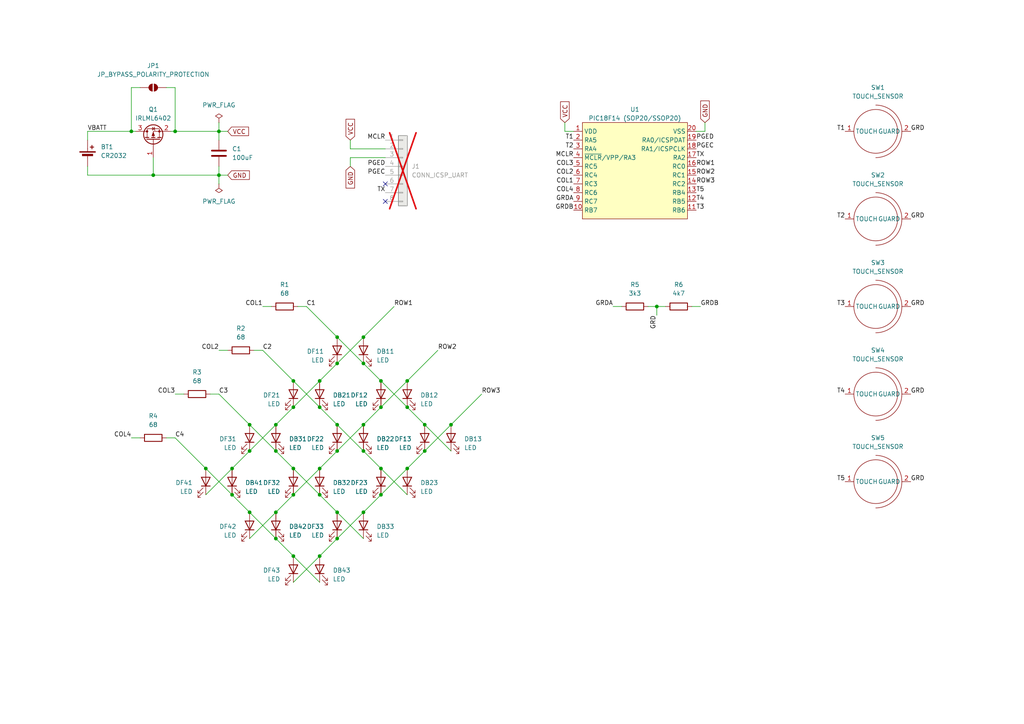
<source format=kicad_sch>
(kicad_sch (version 20250114) (generator "eeschema") (generator_version "9.0")
  (paper "A4")
  (lib_symbols
    (symbol "Battery_Cell_1" (pin_numbers (hide yes)) (pin_names (offset 0) (hide yes))
      (property "Reference" "BT" (at 2.54 2.54 0))
      (property "Value" "Battery_Cell" (at 2.54 0 0))
      (symbol "Battery_Cell_1_0_1"
        (rectangle (start -2.286 1.778) (end 2.286 1.524) (fill (type outline)))
        (rectangle (start -1.524 1.016) (end 1.524 0.508) (fill (type outline)))
        (polyline (pts (xy 0 1.778) (xy 0 2.54)))
        (polyline (pts (xy 0 0.762) (xy 0 0)))
        (polyline (pts (xy 0.762 3.048) (xy 1.778 3.048)) (stroke (width 0.254)))
        (polyline (pts (xy 1.27 3.556) (xy 1.27 2.54)) (stroke (width 0.254)))
      )
      (symbol "Battery_Cell_1_1_1"
        (pin passive line (at 0 5.08 270) (length 2.54) (name "+") (number "1"))
        (pin passive line (at 0 -2.54 90) (length 2.54) (name "-") (number "2"))
      )
    )
    (symbol "Connector_Generic:Conn_01x08" (pin_names (offset 1.016) (hide yes))
      (property "Reference" "J" (at 0 10.16 0))
      (property "Value" "Conn_01x08" (at 0 -12.7 0))
      (symbol "Conn_01x08_1_1"
        (rectangle (start -1.27 8.89) (end 1.27 -11.43) (stroke (width 0.254)) (fill (type background)))
        (rectangle (start -1.27 7.747) (end 0 7.493) (stroke (width 0.1524)))
        (rectangle (start -1.27 5.207) (end 0 4.953) (stroke (width 0.1524)))
        (rectangle (start -1.27 2.667) (end 0 2.413) (stroke (width 0.1524)))
        (rectangle (start -1.27 0.127) (end 0 -0.127) (stroke (width 0.1524)))
        (rectangle (start -1.27 -2.413) (end 0 -2.667) (stroke (width 0.1524)))
        (rectangle (start -1.27 -4.953) (end 0 -5.207) (stroke (width 0.1524)))
        (rectangle (start -1.27 -7.493) (end 0 -7.747) (stroke (width 0.1524)))
        (rectangle (start -1.27 -10.033) (end 0 -10.287) (stroke (width 0.1524)))
        (pin passive line (at -5.08 7.62 0) (length 3.81) (name "Pin_1") (number "1"))
        (pin passive line (at -5.08 5.08 0) (length 3.81) (name "Pin_2") (number "2"))
        (pin passive line (at -5.08 2.54 0) (length 3.81) (name "Pin_3") (number "3"))
        (pin passive line (at -5.08 0 0) (length 3.81) (name "Pin_4") (number "4"))
        (pin passive line (at -5.08 -2.54 0) (length 3.81) (name "Pin_5") (number "5"))
        (pin passive line (at -5.08 -5.08 0) (length 3.81) (name "Pin_6") (number "6"))
        (pin passive line (at -5.08 -7.62 0) (length 3.81) (name "Pin_7") (number "7"))
        (pin passive line (at -5.08 -10.16 0) (length 3.81) (name "Pin_8") (number "8"))
      )
    )
    (symbol "Device:C" (pin_numbers (hide yes)) (pin_names (offset 0.254))
      (property "Reference" "C" (at 0.635 2.54 0))
      (property "Value" "C" (at 0.635 -2.54 0))
      (symbol "C_0_1"
        (polyline (pts (xy -2.032 0.762) (xy 2.032 0.762)) (stroke (width 0.508)))
        (polyline (pts (xy -2.032 -0.762) (xy 2.032 -0.762)) (stroke (width 0.508)))
      )
      (symbol "C_1_1"
        (pin passive line (at 0 3.81 270) (length 2.794) (name "~") (number "1"))
        (pin passive line (at 0 -3.81 90) (length 2.794) (name "~") (number "2"))
      )
    )
    (symbol "Device:R" (pin_numbers (hide yes)) (pin_names (offset 0))
      (property "Reference" "R" (at 2.032 0 90))
      (property "Value" "R" (at 0 0 90))
      (symbol "R_0_1"
        (rectangle (start -1.016 -2.54) (end 1.016 2.54) (stroke (width 0.254)))
      )
      (symbol "R_1_1"
        (pin passive line (at 0 3.81 270) (length 1.27) (name "~") (number "1"))
        (pin passive line (at 0 -3.81 90) (length 1.27) (name "~") (number "2"))
      )
    )
    (symbol "Jumper:SolderJumper_2_Open" (pin_numbers (hide yes)) (pin_names (offset 0) (hide yes)) (exclude_from_sim yes) (in_bom no)
      (property "Reference" "JP" (at 0 2.032 0))
      (property "Value" "SolderJumper_2_Open" (at 0 -2.54 0))
      (symbol "SolderJumper_2_Open_0_1"
        (polyline (pts (xy -0.254 1.016) (xy -0.254 -1.016)))
        (arc (start -0.254 -1.016) (mid -1.2656 0) (end -0.254 1.016))
        (arc (start -0.254 -1.016) (mid -1.2656 0) (end -0.254 1.016) (fill (type outline)))
        (arc (start 0.254 1.016) (mid 1.2656 0) (end 0.254 -1.016))
        (arc (start 0.254 1.016) (mid 1.2656 0) (end 0.254 -1.016) (fill (type outline)))
        (polyline (pts (xy 0.254 1.016) (xy 0.254 -1.016)))
      )
      (symbol "SolderJumper_2_Open_1_1"
        (pin passive line (at -3.81 0 0) (length 2.54) (name "A") (number "1"))
        (pin passive line (at 3.81 0 180) (length 2.54) (name "B") (number "2"))
      )
    )
    (symbol "LED_1" (pin_numbers (hide yes)) (pin_names (offset 1.016) (hide yes))
      (property "Reference" "D" (at 0 2.54 0))
      (property "Value" "LED" (at 0 -2.54 0))
      (symbol "LED_1_0_1"
        (polyline (pts (xy -3.048 -0.762) (xy -4.572 -2.286) (xy -3.81 -2.286) (xy -4.572 -2.286) (xy -4.572 -1.524)))
        (polyline (pts (xy -1.778 -0.762) (xy -3.302 -2.286) (xy -2.54 -2.286) (xy -3.302 -2.286) (xy -3.302 -1.524)))
        (polyline (pts (xy -1.27 0) (xy 1.27 0)))
        (polyline (pts (xy -1.27 -1.27) (xy -1.27 1.27)) (stroke (width 0.254)))
        (polyline (pts (xy 1.27 -1.27) (xy 1.27 1.27) (xy -1.27 0) (xy 1.27 -1.27)) (stroke (width 0.254)))
      )
      (symbol "LED_1_1_1"
        (pin passive line (at -3.81 0 0) (length 2.54) (name "K") (number "1"))
        (pin passive line (at 3.81 0 180) (length 2.54) (name "A") (number "2"))
      )
    )
    (symbol "Transistor_FET:IRLML6402" (pin_names (hide yes))
      (property "Reference" "Q" (at 5.08 1.905 0))
      (property "Value" "IRLML6402" (at 5.08 0 0))
      (symbol "IRLML6402_0_1"
        (polyline (pts (xy 0.254 1.905) (xy 0.254 -1.905)) (stroke (width 0.254)))
        (polyline (pts (xy 0.254 0) (xy -2.54 0)))
        (polyline (pts (xy 0.762 2.286) (xy 0.762 1.27)) (stroke (width 0.254)))
        (polyline (pts (xy 0.762 1.778) (xy 3.302 1.778) (xy 3.302 -1.778) (xy 0.762 -1.778)))
        (polyline (pts (xy 0.762 0.508) (xy 0.762 -0.508)) (stroke (width 0.254)))
        (polyline (pts (xy 0.762 -1.27) (xy 0.762 -2.286)) (stroke (width 0.254)))
        (circle (center 1.651 0) (radius 2.794) (stroke (width 0.254)))
        (polyline (pts (xy 2.286 0) (xy 1.27 0.381) (xy 1.27 -0.381) (xy 2.286 0)) (fill (type outline)))
        (polyline (pts (xy 2.54 2.54) (xy 2.54 1.778)))
        (circle (center 2.54 1.778) (radius 0.254) (fill (type outline)))
        (circle (center 2.54 -1.778) (radius 0.254) (fill (type outline)))
        (polyline (pts (xy 2.54 -2.54) (xy 2.54 0) (xy 0.762 0)))
        (polyline (pts (xy 2.794 -0.508) (xy 2.921 -0.381) (xy 3.683 -0.381) (xy 3.81 -0.254)))
        (polyline (pts (xy 3.302 -0.381) (xy 2.921 0.254) (xy 3.683 0.254) (xy 3.302 -0.381)))
      )
      (symbol "IRLML6402_1_1"
        (pin input line (at -5.08 0 0) (length 2.54) (name "G") (number "1"))
        (pin passive line (at 2.54 5.08 270) (length 2.54) (name "D") (number "3"))
        (pin passive line (at 2.54 -5.08 90) (length 2.54) (name "S") (number "2"))
      )
    )
    (symbol "WinterDeco:PIC18F14 (SOP20/SSOP20)"
      (property "Reference" "U" (at 0 16.51 0))
      (property "Value" "PIC18F14 (SOP20/SSOP20)" (at 0 -16.51 0))
      (symbol "PIC18F14 (SOP20/SSOP20)_0_1"
        (rectangle (start -15.24 13.97) (end 15.24 -13.97) (fill (type background)))
      )
      (symbol "PIC18F14 (SOP20/SSOP20)_1_1"
        (pin power_in line (at -17.78 11.43 0) (length 2.54) (name "VDD") (number "1"))
        (pin bidirectional line (at -17.78 8.89 0) (length 2.54) (name "RA5") (number "2"))
        (pin bidirectional line (at -17.78 6.35 0) (length 2.54) (name "RA4") (number "3"))
        (pin bidirectional line (at -17.78 3.81 0) (length 2.54) (name "~{MCLR}/VPP/RA3") (number "4"))
        (pin bidirectional line (at -17.78 1.27 0) (length 2.54) (name "RC5") (number "5"))
        (pin bidirectional line (at -17.78 -1.27 0) (length 2.54) (name "RC4") (number "6"))
        (pin bidirectional line (at -17.78 -3.81 0) (length 2.54) (name "RC3") (number "7"))
        (pin bidirectional line (at -17.78 -6.35 0) (length 2.54) (name "RC6") (number "8"))
        (pin bidirectional line (at -17.78 -8.89 0) (length 2.54) (name "RC7") (number "9"))
        (pin bidirectional line (at -17.78 -11.43 0) (length 2.54) (name "RB7") (number "10"))
        (pin power_in line (at 17.78 11.43 180) (length 2.54) (name "VSS") (number "20"))
        (pin bidirectional line (at 17.78 8.89 180) (length 2.54) (name "RA0/ICSPDAT") (number "19"))
        (pin bidirectional line (at 17.78 6.35 180) (length 2.54) (name "RA1/ICSPCLK") (number "18"))
        (pin bidirectional line (at 17.78 3.81 180) (length 2.54) (name "RA2") (number "17"))
        (pin bidirectional line (at 17.78 1.27 180) (length 2.54) (name "RC0") (number "16"))
        (pin bidirectional line (at 17.78 -1.27 180) (length 2.54) (name "RC1") (number "15"))
        (pin bidirectional line (at 17.78 -3.81 180) (length 2.54) (name "RC2") (number "14"))
        (pin bidirectional line (at 17.78 -6.35 180) (length 2.54) (name "RB4") (number "13"))
        (pin bidirectional line (at 17.78 -8.89 180) (length 2.54) (name "RB5") (number "12"))
        (pin bidirectional line (at 17.78 -11.43 180) (length 2.54) (name "RB6") (number "11"))
      )
    )
    (symbol "WinterDeco:TOUCH_SENSOR"
      (property "Reference" "SW" (at 0 10.16 0))
      (property "Value" "TOUCH_SENSOR" (at 0 -10.16 0))
      (symbol "TOUCH_SENSOR_0_1"
        (arc (start 0 7.62) (mid 7.5811 0) (end 0 -7.62))
        (circle (center 0 0) (radius 6.35))
      )
      (symbol "TOUCH_SENSOR_1_1"
        (pin output line (at -8.89 0 0) (length 2.54) (name "TOUCH") (number "1"))
        (pin input line (at 10.16 0 180) (length 2.54) (name "GUARD") (number "2"))
      )
    )
    (symbol "power:PWR_FLAG" (power) (pin_numbers (hide yes)) (pin_names (offset 0) (hide yes))
      (property "Value" "PWR_FLAG" (at 0 3.81 0))
      (symbol "PWR_FLAG_0_0"
        (pin power_out line (at 0 0 90) (length 0) (name "~") (number "1"))
      )
      (symbol "PWR_FLAG_0_1"
        (polyline (pts (xy 0 0) (xy 0 1.27) (xy -1.016 1.905) (xy 0 2.54) (xy 1.016 1.905) (xy 0 1.27)))
      )
    )
  )
  (junction (at 105.41 105.41))
  (junction (at 50.8 38.1))
  (junction (at 97.79 156.21))
  (junction (at 130.81 123.19))
  (junction (at 85.09 110.49))
  (junction (at 97.79 97.79))
  (junction (at 80.01 130.81))
  (junction (at 59.69 135.89))
  (junction (at 72.39 123.19))
  (junction (at 80.01 148.59))
  (junction (at 123.19 123.19))
  (junction (at 105.41 97.79))
  (junction (at 63.5 50.8))
  (junction (at 92.71 110.49))
  (junction (at 118.11 118.11))
  (junction (at 105.41 130.81))
  (junction (at 118.11 110.49))
  (junction (at 105.41 148.59))
  (junction (at 118.11 135.89))
  (junction (at 80.01 156.21))
  (junction (at 105.41 123.19))
  (junction (at 92.71 135.89))
  (junction (at 85.09 161.29))
  (junction (at 72.39 130.81))
  (junction (at 110.49 143.51))
  (junction (at 85.09 135.89))
  (junction (at 97.79 105.41))
  (junction (at 44.45 50.8))
  (junction (at 85.09 118.11))
  (junction (at 97.79 148.59))
  (junction (at 97.79 123.19))
  (junction (at 92.71 143.51))
  (junction (at 110.49 118.11))
  (junction (at 63.5 38.1))
  (junction (at 110.49 135.89))
  (junction (at 67.31 135.89))
  (junction (at 85.09 143.51))
  (junction (at 92.71 118.11))
  (junction (at 190.5 88.9))
  (junction (at 80.01 123.19))
  (junction (at 67.31 143.51))
  (junction (at 92.71 161.29))
  (junction (at 110.49 110.49))
  (junction (at 38.1 38.1))
  (junction (at 123.19 130.81))
  (junction (at 72.39 148.59))
  (junction (at 97.79 130.81))
  (no_connect (at 111.76 53.34))
  (no_connect (at 111.76 58.42))
  (wire (pts (xy 92.71 135.89) (xy 97.79 130.81)))
  (wire (pts (xy 105.41 123.19) (xy 110.49 118.11)))
  (wire (pts (xy 86.36 88.9) (xy 88.9 88.9)))
  (wire (pts (xy 59.69 143.51) (xy 67.31 135.89)))
  (wire (pts (xy 204.47 35.56) (xy 204.47 38.1)))
  (wire (pts (xy 38.1 25.4) (xy 38.1 38.1)))
  (wire (pts (xy 25.4 40.64) (xy 25.4 38.1)))
  (wire (pts (xy 63.5 50.8) (xy 66.04 50.8)))
  (wire (pts (xy 85.09 135.89) (xy 92.71 143.51)))
  (wire (pts (xy 110.49 110.49) (xy 118.11 118.11)))
  (wire (pts (xy 118.11 135.89) (xy 123.19 130.81)))
  (wire (pts (xy 63.5 38.1) (xy 63.5 40.64)))
  (wire (pts (xy 48.26 127) (xy 50.8 127)))
  (wire (pts (xy 200.66 88.9) (xy 203.2 88.9)))
  (wire (pts (xy 85.09 110.49) (xy 92.71 118.11)))
  (wire (pts (xy 40.64 25.4) (xy 38.1 25.4)))
  (wire (pts (xy 123.19 130.81) (xy 130.81 123.19)))
  (wire (pts (xy 118.11 110.49) (xy 127 101.6)))
  (wire (pts (xy 50.8 114.3) (xy 53.34 114.3)))
  (wire (pts (xy 73.66 101.6) (xy 76.2 101.6)))
  (wire (pts (xy 97.79 123.19) (xy 105.41 130.81)))
  (wire (pts (xy 92.71 118.11) (xy 97.79 123.19)))
  (wire (pts (xy 163.83 38.1) (xy 166.37 38.1)))
  (wire (pts (xy 190.5 88.9) (xy 193.04 88.9)))
  (wire (pts (xy 85.09 143.51) (xy 92.71 135.89)))
  (wire (pts (xy 101.6 43.18) (xy 111.76 43.18)))
  (wire (pts (xy 105.41 148.59) (xy 110.49 143.51)))
  (wire (pts (xy 67.31 135.89) (xy 72.39 130.81)))
  (wire (pts (xy 101.6 45.72) (xy 111.76 45.72)))
  (wire (pts (xy 59.69 135.89) (xy 67.31 143.51)))
  (wire (pts (xy 76.2 88.9) (xy 78.74 88.9)))
  (wire (pts (xy 204.47 38.1) (xy 201.93 38.1)))
  (wire (pts (xy 63.5 114.3) (xy 72.39 123.19)))
  (wire (pts (xy 97.79 148.59) (xy 105.41 156.21)))
  (wire (pts (xy 101.6 40.64) (xy 101.6 43.18)))
  (wire (pts (xy 63.5 38.1) (xy 66.04 38.1)))
  (wire (pts (xy 177.8 88.9) (xy 180.34 88.9)))
  (wire (pts (xy 92.71 161.29) (xy 97.79 156.21)))
  (wire (pts (xy 50.8 38.1) (xy 63.5 38.1)))
  (wire (pts (xy 72.39 148.59) (xy 80.01 156.21)))
  (wire (pts (xy 97.79 97.79) (xy 105.41 105.41)))
  (wire (pts (xy 80.01 123.19) (xy 85.09 118.11)))
  (wire (pts (xy 92.71 143.51) (xy 97.79 148.59)))
  (wire (pts (xy 110.49 143.51) (xy 118.11 135.89)))
  (wire (pts (xy 105.41 105.41) (xy 110.49 110.49)))
  (wire (pts (xy 72.39 156.21) (xy 80.01 148.59)))
  (wire (pts (xy 63.5 35.56) (xy 63.5 38.1)))
  (wire (pts (xy 101.6 48.26) (xy 101.6 45.72)))
  (wire (pts (xy 67.31 143.51) (xy 72.39 148.59)))
  (wire (pts (xy 187.96 88.9) (xy 190.5 88.9)))
  (wire (pts (xy 123.19 123.19) (xy 130.81 130.81)))
  (wire (pts (xy 60.96 114.3) (xy 63.5 114.3)))
  (wire (pts (xy 163.83 35.56) (xy 163.83 38.1)))
  (wire (pts (xy 50.8 25.4) (xy 50.8 38.1)))
  (wire (pts (xy 85.09 168.91) (xy 92.71 161.29)))
  (wire (pts (xy 63.5 101.6) (xy 66.04 101.6)))
  (wire (pts (xy 110.49 135.89) (xy 118.11 143.51)))
  (wire (pts (xy 25.4 38.1) (xy 38.1 38.1)))
  (wire (pts (xy 63.5 50.8) (xy 63.5 53.34)))
  (wire (pts (xy 80.01 156.21) (xy 85.09 161.29)))
  (wire (pts (xy 44.45 50.8) (xy 63.5 50.8)))
  (wire (pts (xy 38.1 127) (xy 40.64 127)))
  (wire (pts (xy 25.4 50.8) (xy 44.45 50.8)))
  (wire (pts (xy 105.41 130.81) (xy 110.49 135.89)))
  (wire (pts (xy 190.5 88.9) (xy 190.5 91.44)))
  (wire (pts (xy 97.79 130.81) (xy 105.41 123.19)))
  (wire (pts (xy 118.11 118.11) (xy 123.19 123.19)))
  (wire (pts (xy 72.39 130.81) (xy 80.01 123.19)))
  (wire (pts (xy 49.53 38.1) (xy 50.8 38.1)))
  (wire (pts (xy 97.79 156.21) (xy 105.41 148.59)))
  (wire (pts (xy 44.45 45.72) (xy 44.45 50.8)))
  (wire (pts (xy 88.9 88.9) (xy 97.79 97.79)))
  (wire (pts (xy 72.39 123.19) (xy 80.01 130.81)))
  (wire (pts (xy 50.8 127) (xy 59.69 135.89)))
  (wire (pts (xy 110.49 118.11) (xy 118.11 110.49)))
  (wire (pts (xy 92.71 110.49) (xy 97.79 105.41)))
  (wire (pts (xy 105.41 97.79) (xy 114.3 88.9)))
  (wire (pts (xy 97.79 105.41) (xy 105.41 97.79)))
  (wire (pts (xy 80.01 148.59) (xy 85.09 143.51)))
  (wire (pts (xy 38.1 38.1) (xy 39.37 38.1)))
  (wire (pts (xy 76.2 101.6) (xy 85.09 110.49)))
  (wire (pts (xy 85.09 161.29) (xy 92.71 168.91)))
  (wire (pts (xy 80.01 130.81) (xy 85.09 135.89)))
  (wire (pts (xy 85.09 118.11) (xy 92.71 110.49)))
  (wire (pts (xy 63.5 50.8) (xy 63.5 48.26)))
  (wire (pts (xy 48.26 25.4) (xy 50.8 25.4)))
  (wire (pts (xy 130.81 123.19) (xy 139.7 114.3)))
  (wire (pts (xy 25.4 48.26) (xy 25.4 50.8)))
  (label "PGED" (at 201.93 40.64 0))
  (label "ROW1" (at 201.93 48.26 0))
  (label "C3" (at 63.5 114.3 0))
  (label "GRD" (at 264.16 139.7 0))
  (label "T2" (at 166.37 43.18 180))
  (label "C1" (at 88.9 88.9 0))
  (label "T1" (at 166.37 40.64 180))
  (label "ROW2" (at 127 101.6 0))
  (label "COL2" (at 166.37 50.8 180))
  (label "T1" (at 245.11 38.1 180))
  (label "COL4" (at 38.1 127 180))
  (label "GRDA" (at 177.8 88.9 180))
  (label "PGEC" (at 111.76 50.8 180))
  (label "COL3" (at 166.37 48.26 180))
  (label "MCLR" (at 166.37 45.72 180))
  (label "MCLR" (at 111.76 40.64 180))
  (label "T4" (at 201.93 58.42 0))
  (label "PGEC" (at 201.93 43.18 0))
  (label "T5" (at 245.11 139.7 180))
  (label "PGED" (at 111.76 48.26 180))
  (label "T5" (at 201.93 55.88 0))
  (label "T4" (at 245.11 114.3 180))
  (label "COL1" (at 166.37 53.34 180))
  (label "ROW2" (at 201.93 50.8 0))
  (label "C4" (at 50.8 127 0))
  (label "GRD" (at 264.16 114.3 0))
  (label "GRDA" (at 166.37 58.42 180))
  (label "T3" (at 201.93 60.96 0))
  (label "COL1" (at 76.2 88.9 180))
  (label "COL4" (at 166.37 55.88 180))
  (label "C2" (at 76.2 101.6 0))
  (label "COL3" (at 50.8 114.3 180))
  (label "COL2" (at 63.5 101.6 180))
  (label "GRDB" (at 203.2 88.9 0))
  (label "VBATT" (at 25.4 38.1 0))
  (label "ROW3" (at 139.7 114.3 0))
  (label "GRD" (at 264.16 63.5 0))
  (label "TX" (at 201.93 45.72 0))
  (label "GRD" (at 264.16 88.9 0))
  (label "GRD" (at 190.5 91.44 270))
  (label "TX" (at 111.76 55.88 180))
  (label "T3" (at 245.11 88.9 180))
  (label "ROW1" (at 114.3 88.9 0))
  (label "GRDB" (at 166.37 60.96 180))
  (label "ROW3" (at 201.93 53.34 0))
  (label "T2" (at 245.11 63.5 180))
  (label "GRD" (at 264.16 38.1 0))
  (global_label "GND" (shape input) (at 204.47 35.56 90) (property "Intersheetrefs" "${INTERSHEET_REFS}" (effects (hide yes))))
  (global_label "VCC" (shape input) (at 163.83 35.56 90) (property "Intersheetrefs" "${INTERSHEET_REFS}" (effects (hide yes))))
  (global_label "VCC" (shape input) (at 101.6 40.64 90) (property "Intersheetrefs" "${INTERSHEET_REFS}" (effects (hide yes))))
  (global_label "GND" (shape input) (at 101.6 48.26 270) (property "Intersheetrefs" "${INTERSHEET_REFS}" (effects (hide yes))))
  (global_label "GND" (shape input) (at 66.04 50.8 0) (property "Intersheetrefs" "${INTERSHEET_REFS}" (effects (hide yes))))
  (global_label "VCC" (shape input) (at 66.04 38.1 0) (property "Intersheetrefs" "${INTERSHEET_REFS}" (effects (hide yes))))
  (symbol (lib_id "Device:R") (at 69.85 101.6 90) (unit 1)
    (property "Reference" "R2" (at 69.85 95.25 90))
    (property "Value" "68" (at 69.85 97.79 90))
    (property "Footprint" "Resistor_SMD:R_1206_3216Metric_Pad1.30x1.75mm_HandSolder" (effects (hide yes)))
  )
  (symbol (lib_id "WinterDeco:TOUCH_SENSOR") (at 254 139.7 0) (unit 1)
    (property "Reference" "SW5" (at 254.635 127 0))
    (property "Value" "TOUCH_SENSOR" (at 254.635 129.54 0))
    (property "Footprint" "WinterDeco:Touch Sensor Thin" (effects (hide yes)))
  )
  (symbol (lib_id "Jumper:SolderJumper_2_Open") (at 44.45 25.4 0) (unit 1) (in_bom no)
    (property "Reference" "JP1" (at 44.45 19.05 0))
    (property "Value" "JP_BYPASS_POLARITY_PROTECTION" (at 44.45 21.59 0))
    (property "Footprint" "Jumper:SolderJumper-2_P1.3mm_Open_RoundedPad1.0x1.5mm" (effects (hide yes)))
    (property "Description" "Solder Jumper, 2-pole, open" (effects (hide yes)))
  )
  (symbol (lib_id "WinterDeco:PIC18F14 (SOP20/SSOP20)") (at 184.15 49.53 0) (unit 1)
    (property "Reference" "U1" (at 184.15 31.75 0))
    (property "Value" "PIC18F14 (SOP20/SSOP20)" (at 184.15 34.29 0))
    (property "Footprint" "Package_SO:SO-20_12.8x7.5mm_P1.27mm" (effects (hide yes)))
  )
  (symbol (lib_id "power:PWR_FLAG") (at 63.5 53.34 180) (unit 1)
    (property "Reference" "#FLG02" (effects (hide yes)))
    (property "Value" "PWR_FLAG" (at 63.5 58.42 0))
    (property "Description" "Special symbol for telling ERC where power comes from" (effects (hide yes)))
  )
  (symbol (lib_name "LED_1") (lib_id "Device:LED") (at 85.09 165.1 270) (mirror x) (unit 1)
    (property "Reference" "DF43" (at 81.28 165.4174 90) (effects (justify right)))
    (property "Value" "LED" (at 81.28 167.9574 90) (effects (justify right)))
    (property "Footprint" "WinterDeco:LED_1206_3216Metric_Pad1.42x1.75mm_Arrow_HandSolder" (effects (hide yes)))
    (property "Description" "Light emitting diode" (effects (hide yes)))
    (property "Sim.Pins" "1=K 2=A" (effects (hide yes)))
  )
  (symbol (lib_id "Device:R") (at 44.45 127 90) (unit 1)
    (property "Reference" "R4" (at 44.45 120.65 90))
    (property "Value" "68" (at 44.45 123.19 90))
    (property "Footprint" "Resistor_SMD:R_1206_3216Metric_Pad1.30x1.75mm_HandSolder" (effects (hide yes)))
  )
  (symbol (lib_name "LED_1") (lib_id "Device:LED") (at 110.49 139.7 270) (mirror x) (unit 1)
    (property "Reference" "DF23" (at 106.68 140.0174 90) (effects (justify right)))
    (property "Value" "LED" (at 106.68 142.5574 90) (effects (justify right)))
    (property "Footprint" "WinterDeco:LED_1206_3216Metric_Pad1.42x1.75mm_Arrow_HandSolder" (effects (hide yes)))
    (property "Description" "Light emitting diode" (effects (hide yes)))
    (property "Sim.Pins" "1=K 2=A" (effects (hide yes)))
  )
  (symbol (lib_id "Device:R") (at 82.55 88.9 90) (unit 1)
    (property "Reference" "R1" (at 82.55 82.55 90))
    (property "Value" "68" (at 82.55 85.09 90))
    (property "Footprint" "Resistor_SMD:R_1206_3216Metric_Pad1.30x1.75mm_HandSolder" (effects (hide yes)))
  )
  (symbol (lib_name "LED_1") (lib_id "Device:LED") (at 97.79 127 270) (mirror x) (unit 1)
    (property "Reference" "DF22" (at 93.98 127.3174 90) (effects (justify right)))
    (property "Value" "LED" (at 93.98 129.8574 90) (effects (justify right)))
    (property "Footprint" "WinterDeco:LED_1206_3216Metric_Pad1.42x1.75mm_Arrow_HandSolder" (effects (hide yes)))
    (property "Description" "Light emitting diode" (effects (hide yes)))
    (property "Sim.Pins" "1=K 2=A" (effects (hide yes)))
  )
  (symbol (lib_name "LED_1") (lib_id "Device:LED") (at 118.11 139.7 90) (unit 1)
    (property "Reference" "DB23" (at 121.92 140.0174 90) (effects (justify right)))
    (property "Value" "LED" (at 121.92 142.5574 90) (effects (justify right)))
    (property "Footprint" "WinterDeco:LED_1206_3216Metric_Pad1.42x1.75mm_Arrow_HandSolder" (effects (hide yes)))
    (property "Description" "Light emitting diode" (effects (hide yes)))
    (property "Sim.Pins" "1=K 2=A" (effects (hide yes)))
  )
  (symbol (lib_name "LED_1") (lib_id "Device:LED") (at 130.81 127 90) (unit 1)
    (property "Reference" "DB13" (at 134.62 127.3174 90) (effects (justify right)))
    (property "Value" "LED" (at 134.62 129.8574 90) (effects (justify right)))
    (property "Footprint" "WinterDeco:LED_1206_3216Metric_Pad1.42x1.75mm_Arrow_HandSolder" (effects (hide yes)))
    (property "Description" "Light emitting diode" (effects (hide yes)))
    (property "Sim.Pins" "1=K 2=A" (effects (hide yes)))
  )
  (symbol (lib_name "LED_1") (lib_id "Device:LED") (at 92.71 139.7 90) (unit 1)
    (property "Reference" "DB32" (at 96.52 140.0174 90) (effects (justify right)))
    (property "Value" "LED" (at 96.52 142.5574 90) (effects (justify right)))
    (property "Footprint" "WinterDeco:LED_1206_3216Metric_Pad1.42x1.75mm_Arrow_HandSolder" (effects (hide yes)))
    (property "Description" "Light emitting diode" (effects (hide yes)))
    (property "Sim.Pins" "1=K 2=A" (effects (hide yes)))
  )
  (symbol (lib_id "WinterDeco:TOUCH_SENSOR") (at 254 63.5 0) (unit 1)
    (property "Reference" "SW2" (at 254.635 50.8 0))
    (property "Value" "TOUCH_SENSOR" (at 254.635 53.34 0))
    (property "Footprint" "WinterDeco:Touch Sensor Thin" (effects (hide yes)))
  )
  (symbol (lib_name "LED_1") (lib_id "Device:LED") (at 92.71 114.3 90) (unit 1)
    (property "Reference" "DB21" (at 96.52 114.6174 90) (effects (justify right)))
    (property "Value" "LED" (at 96.52 117.1574 90) (effects (justify right)))
    (property "Footprint" "WinterDeco:LED_1206_3216Metric_Pad1.42x1.75mm_Arrow_HandSolder" (effects (hide yes)))
    (property "Description" "Light emitting diode" (effects (hide yes)))
    (property "Sim.Pins" "1=K 2=A" (effects (hide yes)))
  )
  (symbol (lib_name "LED_1") (lib_id "Device:LED") (at 59.69 139.7 270) (mirror x) (unit 1)
    (property "Reference" "DF41" (at 55.88 140.0174 90) (effects (justify right)))
    (property "Value" "LED" (at 55.88 142.5574 90) (effects (justify right)))
    (property "Footprint" "WinterDeco:LED_1206_3216Metric_Pad1.42x1.75mm_Arrow_HandSolder" (effects (hide yes)))
    (property "Description" "Light emitting diode" (effects (hide yes)))
    (property "Sim.Pins" "1=K 2=A" (effects (hide yes)))
  )
  (symbol (lib_id "Device:R") (at 196.85 88.9 90) (unit 1)
    (property "Reference" "R6" (at 196.85 82.55 90))
    (property "Value" "4k7" (at 196.85 85.09 90))
    (property "Footprint" "Resistor_SMD:R_1206_3216Metric_Pad1.30x1.75mm_HandSolder" (effects (hide yes)))
  )
  (symbol (lib_name "LED_1") (lib_id "Device:LED") (at 105.41 127 90) (unit 1)
    (property "Reference" "DB22" (at 109.22 127.3174 90) (effects (justify right)))
    (property "Value" "LED" (at 109.22 129.8574 90) (effects (justify right)))
    (property "Footprint" "WinterDeco:LED_1206_3216Metric_Pad1.42x1.75mm_Arrow_HandSolder" (effects (hide yes)))
    (property "Description" "Light emitting diode" (effects (hide yes)))
    (property "Sim.Pins" "1=K 2=A" (effects (hide yes)))
  )
  (symbol (lib_name "LED_1") (lib_id "Device:LED") (at 85.09 139.7 270) (mirror x) (unit 1)
    (property "Reference" "DF32" (at 81.28 140.0174 90) (effects (justify right)))
    (property "Value" "LED" (at 81.28 142.5574 90) (effects (justify right)))
    (property "Footprint" "WinterDeco:LED_1206_3216Metric_Pad1.42x1.75mm_Arrow_HandSolder" (effects (hide yes)))
    (property "Description" "Light emitting diode" (effects (hide yes)))
    (property "Sim.Pins" "1=K 2=A" (effects (hide yes)))
  )
  (symbol (lib_name "LED_1") (lib_id "Device:LED") (at 80.01 152.4 90) (unit 1)
    (property "Reference" "DB42" (at 83.82 152.7174 90) (effects (justify right)))
    (property "Value" "LED" (at 83.82 155.2574 90) (effects (justify right)))
    (property "Footprint" "WinterDeco:LED_1206_3216Metric_Pad1.42x1.75mm_Arrow_HandSolder" (effects (hide yes)))
    (property "Description" "Light emitting diode" (effects (hide yes)))
    (property "Sim.Pins" "1=K 2=A" (effects (hide yes)))
  )
  (symbol (lib_name "LED_1") (lib_id "Device:LED") (at 123.19 127 270) (mirror x) (unit 1)
    (property "Reference" "DF13" (at 119.38 127.3174 90) (effects (justify right)))
    (property "Value" "LED" (at 119.38 129.8574 90) (effects (justify right)))
    (property "Footprint" "WinterDeco:LED_1206_3216Metric_Pad1.42x1.75mm_Arrow_HandSolder" (effects (hide yes)))
    (property "Description" "Light emitting diode" (effects (hide yes)))
    (property "Sim.Pins" "1=K 2=A" (effects (hide yes)))
  )
  (symbol (lib_name "LED_1") (lib_id "Device:LED") (at 85.09 114.3 270) (mirror x) (unit 1)
    (property "Reference" "DF21" (at 81.28 114.6174 90) (effects (justify right)))
    (property "Value" "LED" (at 81.28 117.1574 90) (effects (justify right)))
    (property "Footprint" "WinterDeco:LED_1206_3216Metric_Pad1.42x1.75mm_Arrow_HandSolder" (effects (hide yes)))
    (property "Description" "Light emitting diode" (effects (hide yes)))
    (property "Sim.Pins" "1=K 2=A" (effects (hide yes)))
  )
  (symbol (lib_name "LED_1") (lib_id "Device:LED") (at 67.31 139.7 90) (unit 1)
    (property "Reference" "DB41" (at 71.12 140.0174 90) (effects (justify right)))
    (property "Value" "LED" (at 71.12 142.5574 90) (effects (justify right)))
    (property "Footprint" "WinterDeco:LED_1206_3216Metric_Pad1.42x1.75mm_Arrow_HandSolder" (effects (hide yes)))
    (property "Description" "Light emitting diode" (effects (hide yes)))
    (property "Sim.Pins" "1=K 2=A" (effects (hide yes)))
  )
  (symbol (lib_name "LED_1") (lib_id "Device:LED") (at 72.39 152.4 270) (mirror x) (unit 1)
    (property "Reference" "DF42" (at 68.58 152.7174 90) (effects (justify right)))
    (property "Value" "LED" (at 68.58 155.2574 90) (effects (justify right)))
    (property "Footprint" "WinterDeco:LED_1206_3216Metric_Pad1.42x1.75mm_Arrow_HandSolder" (effects (hide yes)))
    (property "Description" "Light emitting diode" (effects (hide yes)))
    (property "Sim.Pins" "1=K 2=A" (effects (hide yes)))
  )
  (symbol (lib_id "Device:C") (at 63.5 44.45 0) (unit 1)
    (property "Reference" "C1" (at 67.31 43.1799 0) (effects (justify left)))
    (property "Value" "100uF" (at 67.31 45.7199 0) (effects (justify left)))
    (property "Footprint" "Capacitor_SMD:C_1206_3216Metric_Pad1.33x1.80mm_HandSolder" (effects (hide yes)))
  )
  (symbol (lib_name "LED_1") (lib_id "Device:LED") (at 97.79 101.6 270) (mirror x) (unit 1)
    (property "Reference" "DF11" (at 93.98 101.9174 90) (effects (justify right)))
    (property "Value" "LED" (at 93.98 104.4574 90) (effects (justify right)))
    (property "Footprint" "WinterDeco:LED_1206_3216Metric_Pad1.42x1.75mm_Arrow_HandSolder" (effects (hide yes)))
    (property "Description" "Light emitting diode" (effects (hide yes)))
    (property "Sim.Pins" "1=K 2=A" (effects (hide yes)))
  )
  (symbol (lib_id "Device:R") (at 184.15 88.9 90) (unit 1)
    (property "Reference" "R5" (at 184.15 82.55 90))
    (property "Value" "3k3" (at 184.15 85.09 90))
    (property "Footprint" "Resistor_SMD:R_1206_3216Metric_Pad1.30x1.75mm_HandSolder" (effects (hide yes)))
  )
  (symbol (lib_id "WinterDeco:TOUCH_SENSOR") (at 254 88.9 0) (unit 1)
    (property "Reference" "SW3" (at 254.635 76.2 0))
    (property "Value" "TOUCH_SENSOR" (at 254.635 78.74 0))
    (property "Footprint" "WinterDeco:Touch Sensor Thin" (effects (hide yes)))
  )
  (symbol (lib_name "Battery_Cell_1") (lib_id "Device:Battery_Cell") (at 25.4 45.72 0) (unit 1)
    (property "Reference" "BT1" (at 29.21 42.6084 0) (effects (justify left)))
    (property "Value" "CR2032" (at 29.21 45.1484 0) (effects (justify left)))
    (property "Footprint" "WinterDeco:BatteryHolder_Keystone_3002_1x2032" (effects (hide yes)))
    (property "Description" "Single-cell battery" (effects (hide yes)))
  )
  (symbol (lib_name "LED_1") (lib_id "Device:LED") (at 118.11 114.3 90) (unit 1)
    (property "Reference" "DB12" (at 121.92 114.6174 90) (effects (justify right)))
    (property "Value" "LED" (at 121.92 117.1574 90) (effects (justify right)))
    (property "Footprint" "WinterDeco:LED_1206_3216Metric_Pad1.42x1.75mm_Arrow_HandSolder" (effects (hide yes)))
    (property "Description" "Light emitting diode" (effects (hide yes)))
    (property "Sim.Pins" "1=K 2=A" (effects (hide yes)))
  )
  (symbol (lib_name "LED_1") (lib_id "Device:LED") (at 105.41 101.6 90) (unit 1)
    (property "Reference" "DB11" (at 109.22 101.9174 90) (effects (justify right)))
    (property "Value" "LED" (at 109.22 104.4574 90) (effects (justify right)))
    (property "Footprint" "WinterDeco:LED_1206_3216Metric_Pad1.42x1.75mm_Arrow_HandSolder" (effects (hide yes)))
    (property "Description" "Light emitting diode" (effects (hide yes)))
    (property "Sim.Pins" "1=K 2=A" (effects (hide yes)))
  )
  (symbol (lib_name "LED_1") (lib_id "Device:LED") (at 97.79 152.4 270) (mirror x) (unit 1)
    (property "Reference" "DF33" (at 93.98 152.7174 90) (effects (justify right)))
    (property "Value" "LED" (at 93.98 155.2574 90) (effects (justify right)))
    (property "Footprint" "WinterDeco:LED_1206_3216Metric_Pad1.42x1.75mm_Arrow_HandSolder" (effects (hide yes)))
    (property "Description" "Light emitting diode" (effects (hide yes)))
    (property "Sim.Pins" "1=K 2=A" (effects (hide yes)))
  )
  (symbol (lib_name "LED_1") (lib_id "Device:LED") (at 80.01 127 90) (unit 1)
    (property "Reference" "DB31" (at 83.82 127.3174 90) (effects (justify right)))
    (property "Value" "LED" (at 83.82 129.8574 90) (effects (justify right)))
    (property "Footprint" "WinterDeco:LED_1206_3216Metric_Pad1.42x1.75mm_Arrow_HandSolder" (effects (hide yes)))
    (property "Description" "Light emitting diode" (effects (hide yes)))
    (property "Sim.Pins" "1=K 2=A" (effects (hide yes)))
  )
  (symbol (lib_id "Connector_Generic:Conn_01x08") (at 116.84 48.26 0) (unit 1) (dnp yes)
    (property "Reference" "J1" (at 119.38 48.2599 0) (effects (justify left)))
    (property "Value" "CONN_ICSP_UART" (at 119.38 50.7999 0) (effects (justify left)))
    (property "Footprint" "Connector_PinHeader_2.54mm:PinHeader_1x08_P2.54mm_Vertical" (effects (hide yes)))
  )
  (symbol (lib_id "WinterDeco:TOUCH_SENSOR") (at 254 114.3 0) (unit 1)
    (property "Reference" "SW4" (at 254.635 101.6 0))
    (property "Value" "TOUCH_SENSOR" (at 254.635 104.14 0))
    (property "Footprint" "WinterDeco:Touch Sensor Thin" (effects (hide yes)))
  )
  (symbol (lib_name "LED_1") (lib_id "Device:LED") (at 105.41 152.4 90) (unit 1)
    (property "Reference" "DB33" (at 109.22 152.7174 90) (effects (justify right)))
    (property "Value" "LED" (at 109.22 155.2574 90) (effects (justify right)))
    (property "Footprint" "WinterDeco:LED_1206_3216Metric_Pad1.42x1.75mm_Arrow_HandSolder" (effects (hide yes)))
    (property "Description" "Light emitting diode" (effects (hide yes)))
    (property "Sim.Pins" "1=K 2=A" (effects (hide yes)))
  )
  (symbol (lib_id "power:PWR_FLAG") (at 63.5 35.56 0) (unit 1)
    (property "Reference" "#FLG01" (effects (hide yes)))
    (property "Value" "PWR_FLAG" (at 63.5 30.48 0))
    (property "Description" "Special symbol for telling ERC where power comes from" (effects (hide yes)))
  )
  (symbol (lib_name "LED_1") (lib_id "Device:LED") (at 72.39 127 270) (mirror x) (unit 1)
    (property "Reference" "DF31" (at 68.58 127.3174 90) (effects (justify right)))
    (property "Value" "LED" (at 68.58 129.8574 90) (effects (justify right)))
    (property "Footprint" "WinterDeco:LED_1206_3216Metric_Pad1.42x1.75mm_Arrow_HandSolder" (effects (hide yes)))
    (property "Description" "Light emitting diode" (effects (hide yes)))
    (property "Sim.Pins" "1=K 2=A" (effects (hide yes)))
  )
  (symbol (lib_name "LED_1") (lib_id "Device:LED") (at 110.49 114.3 270) (mirror x) (unit 1)
    (property "Reference" "DF12" (at 106.68 114.6174 90) (effects (justify right)))
    (property "Value" "LED" (at 106.68 117.1574 90) (effects (justify right)))
    (property "Footprint" "WinterDeco:LED_1206_3216Metric_Pad1.42x1.75mm_Arrow_HandSolder" (effects (hide yes)))
    (property "Description" "Light emitting diode" (effects (hide yes)))
    (property "Sim.Pins" "1=K 2=A" (effects (hide yes)))
  )
  (symbol (lib_id "Device:R") (at 57.15 114.3 90) (unit 1)
    (property "Reference" "R3" (at 57.15 107.95 90))
    (property "Value" "68" (at 57.15 110.49 90))
    (property "Footprint" "Resistor_SMD:R_1206_3216Metric_Pad1.30x1.75mm_HandSolder" (effects (hide yes)))
  )
  (symbol (lib_id "WinterDeco:TOUCH_SENSOR") (at 254 38.1 0) (unit 1)
    (property "Reference" "SW1" (at 254.635 25.4 0))
    (property "Value" "TOUCH_SENSOR" (at 254.635 27.94 0))
    (property "Footprint" "WinterDeco:Touch Sensor Thin" (effects (hide yes)))
  )
  (symbol (lib_id "Transistor_FET:IRLML6402") (at 44.45 40.64 90) (unit 1)
    (property "Reference" "Q1" (at 44.45 31.75 90))
    (property "Value" "IRLML6402" (at 44.45 34.29 90))
    (property "Footprint" "Package_TO_SOT_SMD:SOT-23" (effects (hide yes)))
    (property "Datasheet" "https://www.infineon.com/dgdl/irlml6402pbf.pdf?fileId=5546d462533600a401535668d5c2263c" (effects (hide yes)))
    (property "Description" "-3.7A Id, -20V Vds, 65mOhm Rds, P-Channel HEXFET Power MOSFET, SOT-23" (effects (hide yes)))
  )
  (symbol (lib_name "LED_1") (lib_id "Device:LED") (at 92.71 165.1 90) (unit 1)
    (property "Reference" "DB43" (at 96.52 165.4174 90) (effects (justify right)))
    (property "Value" "LED" (at 96.52 167.9574 90) (effects (justify right)))
    (property "Footprint" "WinterDeco:LED_1206_3216Metric_Pad1.42x1.75mm_Arrow_HandSolder" (effects (hide yes)))
    (property "Description" "Light emitting diode" (effects (hide yes)))
    (property "Sim.Pins" "1=K 2=A" (effects (hide yes)))
  )
)
</source>
